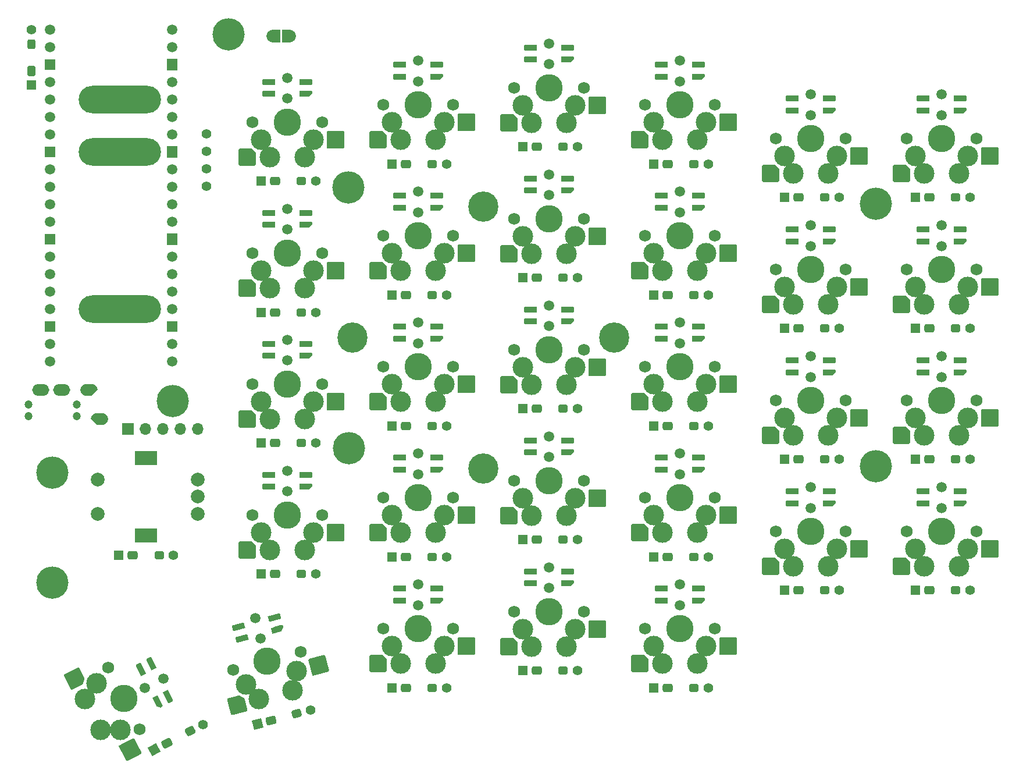
<source format=gbs>
G04 #@! TF.GenerationSoftware,KiCad,Pcbnew,(7.0.0-0)*
G04 #@! TF.CreationDate,2023-05-29T15:05:20-07:00*
G04 #@! TF.ProjectId,sofel_v3b,736f6665-6c5f-4763-9362-2e6b69636164,rev?*
G04 #@! TF.SameCoordinates,Original*
G04 #@! TF.FileFunction,Soldermask,Bot*
G04 #@! TF.FilePolarity,Negative*
%FSLAX46Y46*%
G04 Gerber Fmt 4.6, Leading zero omitted, Abs format (unit mm)*
G04 Created by KiCad (PCBNEW (7.0.0-0)) date 2023-05-29 15:05:20*
%MOMM*%
%LPD*%
G01*
G04 APERTURE LIST*
G04 Aperture macros list*
%AMRoundRect*
0 Rectangle with rounded corners*
0 $1 Rounding radius*
0 $2 $3 $4 $5 $6 $7 $8 $9 X,Y pos of 4 corners*
0 Add a 4 corners polygon primitive as box body*
4,1,4,$2,$3,$4,$5,$6,$7,$8,$9,$2,$3,0*
0 Add four circle primitives for the rounded corners*
1,1,$1+$1,$2,$3*
1,1,$1+$1,$4,$5*
1,1,$1+$1,$6,$7*
1,1,$1+$1,$8,$9*
0 Add four rect primitives between the rounded corners*
20,1,$1+$1,$2,$3,$4,$5,0*
20,1,$1+$1,$4,$5,$6,$7,0*
20,1,$1+$1,$6,$7,$8,$9,0*
20,1,$1+$1,$8,$9,$2,$3,0*%
%AMRotRect*
0 Rectangle, with rotation*
0 The origin of the aperture is its center*
0 $1 length*
0 $2 width*
0 $3 Rotation angle, in degrees counterclockwise*
0 Add horizontal line*
21,1,$1,$2,0,0,$3*%
%AMFreePoly0*
4,1,28,-0.850000,0.400000,0.000000,1.250000,0.114750,1.242219,0.293119,1.197860,0.457783,1.116195,0.601041,1.001041,0.716195,0.857783,0.797860,0.693119,0.842219,0.514750,0.850000,0.400000,0.850000,-0.400000,0.842219,-0.514750,0.797860,-0.693119,0.716195,-0.857783,0.601041,-1.001041,0.457783,-1.116195,0.293119,-1.197860,0.114750,-1.242219,0.000000,-1.250000,-0.114750,-1.242219,
-0.293119,-1.197860,-0.457783,-1.116195,-0.601041,-1.001041,-0.716195,-0.857783,-0.797860,-0.693119,-0.842219,-0.514750,-0.850000,-0.400000,-0.850000,0.400000,-0.850000,0.400000,$1*%
%AMFreePoly1*
4,1,28,-0.850000,0.400000,-0.842219,0.514750,-0.797860,0.693119,-0.716195,0.857783,-0.601041,1.001041,-0.457783,1.116195,-0.293119,1.197860,-0.114750,1.242219,0.000000,1.250000,0.114750,1.242219,0.293119,1.197860,0.457783,1.116195,0.601041,1.001041,0.716195,0.857783,0.797860,0.693119,0.842219,0.514750,0.850000,0.400000,0.850000,-0.400000,0.842219,-0.514750,0.797860,-0.693119,
0.716195,-0.857783,0.601041,-1.001041,0.457783,-1.116195,0.293119,-1.197860,0.114750,-1.242219,0.000000,-1.250000,-0.850000,-0.400000,-0.850000,0.400000,-0.850000,0.400000,$1*%
%AMFreePoly2*
4,1,18,-0.744993,0.000000,-0.324890,0.420103,0.534941,0.420103,0.615324,0.404114,0.683470,0.358580,0.729004,0.290434,0.744993,0.210051,0.744993,-0.210051,0.729004,-0.290434,0.683470,-0.358580,0.615324,-0.404114,0.534941,-0.420103,-0.534941,-0.420103,-0.615324,-0.404114,-0.683470,-0.358580,-0.729004,-0.290434,-0.744993,-0.210051,-0.744993,0.000000,-0.744993,0.000000,$1*%
%AMFreePoly3*
4,1,13,-0.909987,0.210051,-0.893998,0.290434,-0.848464,0.358580,-0.780318,0.404114,-0.699935,0.420103,0.909987,0.420103,0.909987,-0.420103,-0.699935,-0.420103,-0.780318,-0.404114,-0.848464,-0.358580,-0.893998,-0.290434,-0.909987,-0.210051,-0.909987,0.210051,-0.909987,0.210051,$1*%
%AMFreePoly4*
4,1,13,-0.909987,0.212526,-0.893809,0.293856,-0.847740,0.362805,-0.778791,0.408874,-0.697461,0.425052,0.909987,0.425052,0.909987,-0.425052,-0.697461,-0.425052,-0.778791,-0.408874,-0.847740,-0.362805,-0.893809,-0.293856,-0.909987,-0.212526,-0.909987,0.212526,-0.909987,0.212526,$1*%
%AMFreePoly5*
4,1,17,-1.275000,1.012000,-1.255742,1.108819,-1.200898,1.190898,-1.118819,1.245742,-1.022000,1.265000,1.275000,1.265000,1.275000,-1.012000,1.255742,-1.108819,1.200898,-1.190898,1.118819,-1.245742,1.022000,-1.265000,-1.022000,-1.265000,-1.118819,-1.245742,-1.200898,-1.190898,-1.255742,-1.108819,-1.275000,-1.012000,-1.275000,1.012000,-1.275000,1.012000,$1*%
%AMFreePoly6*
4,1,18,-1.250000,1.010000,-1.230970,1.105671,-1.176777,1.186777,-1.095671,1.240970,-1.000000,1.260000,1.000000,1.260000,1.095671,1.240970,1.176777,1.186777,1.230970,1.105671,1.250000,1.010000,1.250000,-1.010000,1.230970,-1.105671,1.176777,-1.186777,1.095671,-1.240970,1.000000,-1.260000,-0.625000,-1.260000,-1.250000,-0.635000,-1.250000,1.010000,-1.250000,1.010000,$1*%
%AMFreePoly7*
4,1,21,-1.000000,0.000000,-0.988920,0.140791,-0.940222,0.322531,-0.854804,0.490175,-0.736396,0.636396,-0.590175,0.754804,-0.422531,0.840222,-0.240791,0.888920,-0.100000,0.900000,1.000000,0.900000,1.000000,-0.900000,-0.100000,-0.900000,-0.240791,-0.888920,-0.422531,-0.840222,-0.590175,-0.754804,-0.736396,-0.636396,-0.854804,-0.490175,-0.940222,-0.322531,-0.988920,-0.140791,-1.000000,0.000000,
-1.000000,0.000000,-1.000000,0.000000,$1*%
%AMFreePoly8*
4,1,20,-1.000000,0.900000,0.100000,0.900000,0.240791,0.888920,0.422531,0.840222,0.590175,0.754804,0.736396,0.636396,0.854804,0.490175,0.940222,0.322531,0.988920,0.140791,1.000000,0.000000,0.988920,-0.140791,0.940222,-0.322531,0.854804,-0.490175,0.736396,-0.636396,0.590175,-0.754804,0.422531,-0.840222,0.240791,-0.888920,0.100000,-0.900000,-1.000000,-0.900000,-1.000000,0.900000,
-1.000000,0.900000,$1*%
G04 Aperture macros list end*
%ADD10C,1.200000*%
%ADD11FreePoly0,90.000000*%
%ADD12FreePoly1,90.000000*%
%ADD13O,2.500000X1.700000*%
%ADD14C,1.750000*%
%ADD15C,3.000000*%
%ADD16FreePoly2,180.000000*%
%ADD17FreePoly3,180.000000*%
%ADD18R,1.379987X0.840206*%
%ADD19C,3.987800*%
%ADD20C,1.500000*%
%ADD21FreePoly3,0.000000*%
%ADD22FreePoly4,0.000000*%
%ADD23FreePoly5,180.000000*%
%ADD24FreePoly6,180.000000*%
%ADD25FreePoly2,117.000000*%
%ADD26FreePoly3,117.000000*%
%ADD27RotRect,1.379987X0.840206X117.000000*%
%ADD28FreePoly3,297.000000*%
%ADD29FreePoly4,297.000000*%
%ADD30FreePoly5,117.000000*%
%ADD31FreePoly6,117.000000*%
%ADD32C,1.397000*%
%ADD33C,2.000000*%
%ADD34R,3.200000X2.000000*%
%ADD35FreePoly2,195.000000*%
%ADD36FreePoly3,195.000000*%
%ADD37RotRect,1.379987X0.840206X195.000000*%
%ADD38FreePoly3,15.000000*%
%ADD39FreePoly4,15.000000*%
%ADD40FreePoly5,195.000000*%
%ADD41FreePoly6,195.000000*%
%ADD42C,4.700000*%
%ADD43R,1.700000X1.700000*%
%ADD44O,1.700000X1.700000*%
%ADD45FreePoly7,180.000000*%
%ADD46FreePoly8,180.000000*%
%ADD47C,4.400000*%
%ADD48R,1.400000X1.400000*%
%ADD49RoundRect,0.300000X-0.450000X-0.300000X0.450000X-0.300000X0.450000X0.300000X-0.450000X0.300000X0*%
%ADD50RoundRect,0.300000X-0.400000X-0.300000X0.400000X-0.300000X0.400000X0.300000X-0.400000X0.300000X0*%
%ADD51C,1.400000*%
%ADD52RotRect,1.400000X1.400000X27.000000*%
%ADD53RoundRect,0.300000X-0.264756X-0.471598X0.537150X-0.063006X0.264756X0.471598X-0.537150X0.063006X0*%
%ADD54RoundRect,0.300000X-0.220205X-0.448898X0.492600X-0.085706X0.220205X0.448898X-0.492600X0.085706X0*%
%ADD55RotRect,1.400000X1.400000X15.000000*%
%ADD56RoundRect,0.300000X-0.357021X-0.406246X0.512312X-0.173309X0.357021X0.406246X-0.512312X0.173309X0*%
%ADD57RoundRect,0.300000X-0.308725X-0.393305X0.464016X-0.186250X0.308725X0.393305X-0.464016X0.186250X0*%
%ADD58RoundRect,0.300000X0.300000X-0.450000X0.300000X0.450000X-0.300000X0.450000X-0.300000X-0.450000X0*%
%ADD59RoundRect,0.300000X0.300000X-0.400000X0.300000X0.400000X-0.300000X0.400000X-0.300000X-0.400000X0*%
%ADD60O,12.000000X4.000000*%
%ADD61R,1.500000X1.500000*%
%ADD62R,1.500000X1.700000*%
G04 APERTURE END LIST*
D10*
X82890000Y-92820000D03*
X89890000Y-92820000D03*
X82890000Y-91070000D03*
X89890000Y-91070000D03*
D11*
X93189999Y-93169999D03*
D12*
X91689999Y-88969999D03*
D13*
X87689999Y-88969999D03*
X84689999Y-88969999D03*
D14*
X125630000Y-50000000D03*
X125630000Y-50000000D03*
D15*
X124360000Y-52540000D03*
D16*
X123404992Y-45909999D03*
D17*
X123239999Y-44159999D03*
D15*
X123090000Y-55080000D03*
D18*
X123020005Y-45909999D03*
D19*
X120550000Y-50000000D03*
X120550000Y-50000000D03*
D20*
X120550000Y-46569730D03*
X120550000Y-43570000D03*
D15*
X118010000Y-55080000D03*
D21*
X117860012Y-45904896D03*
D22*
X117859999Y-44155051D03*
D15*
X116740000Y-52540000D03*
D14*
X115470000Y-50000000D03*
X115470000Y-50000000D03*
D23*
X127634999Y-52554999D03*
D24*
X114707999Y-55069999D03*
D14*
X163730000Y-45000000D03*
X163730000Y-45000000D03*
D15*
X162460000Y-47540000D03*
D16*
X161504992Y-40909999D03*
D17*
X161339999Y-39159999D03*
D15*
X161190000Y-50080000D03*
D18*
X161120005Y-40909999D03*
D19*
X158650000Y-45000000D03*
X158650000Y-45000000D03*
D20*
X158650000Y-41569730D03*
X158650000Y-38570000D03*
D15*
X156110000Y-50080000D03*
D21*
X155960012Y-40904896D03*
D22*
X155959999Y-39155051D03*
D15*
X154840000Y-47540000D03*
D14*
X153570000Y-45000000D03*
X153570000Y-45000000D03*
D23*
X165734999Y-47554999D03*
D24*
X152807999Y-50069999D03*
D14*
X125630000Y-88100000D03*
X125630000Y-88100000D03*
D15*
X124360000Y-90640000D03*
D16*
X123404992Y-84009999D03*
D17*
X123239999Y-82259999D03*
D15*
X123090000Y-93180000D03*
D18*
X123020005Y-84009999D03*
D19*
X120550000Y-88100000D03*
X120550000Y-88100000D03*
D20*
X120550000Y-84669730D03*
X120550000Y-81670000D03*
D15*
X118010000Y-93180000D03*
D21*
X117860012Y-84004896D03*
D22*
X117859999Y-82255051D03*
D15*
X116740000Y-90640000D03*
D14*
X115470000Y-88100000D03*
X115470000Y-88100000D03*
D23*
X127634999Y-90654999D03*
D24*
X114707999Y-93169999D03*
D14*
X144680000Y-85600000D03*
X144680000Y-85600000D03*
D15*
X143410000Y-88140000D03*
D16*
X142454992Y-81509999D03*
D17*
X142289999Y-79759999D03*
D15*
X142140000Y-90680000D03*
D18*
X142070005Y-81509999D03*
D19*
X139600000Y-85600000D03*
X139600000Y-85600000D03*
D20*
X139600000Y-82169730D03*
X139600000Y-79170000D03*
D15*
X137060000Y-90680000D03*
D21*
X136910012Y-81504896D03*
D22*
X136909999Y-79755051D03*
D15*
X135790000Y-88140000D03*
D14*
X134520000Y-85600000D03*
X134520000Y-85600000D03*
D23*
X146684999Y-88154999D03*
D24*
X133757999Y-90669999D03*
D14*
X163730000Y-102150000D03*
X163730000Y-102150000D03*
D15*
X162460000Y-104690000D03*
D16*
X161504992Y-98059999D03*
D17*
X161339999Y-96309999D03*
D15*
X161190000Y-107230000D03*
D18*
X161120005Y-98059999D03*
D19*
X158650000Y-102150000D03*
X158650000Y-102150000D03*
D20*
X158650000Y-98719730D03*
X158650000Y-95720000D03*
D15*
X156110000Y-107230000D03*
D21*
X155960012Y-98054896D03*
D22*
X155959999Y-96305051D03*
D15*
X154840000Y-104690000D03*
D14*
X153570000Y-102150000D03*
X153570000Y-102150000D03*
D23*
X165734999Y-104704999D03*
D24*
X152807999Y-107219999D03*
D14*
X201830000Y-109550000D03*
X201830000Y-109550000D03*
D15*
X200560000Y-112090000D03*
D16*
X199604992Y-105459999D03*
D17*
X199439999Y-103709999D03*
D15*
X199290000Y-114630000D03*
D18*
X199220005Y-105459999D03*
D19*
X196750000Y-109550000D03*
X196750000Y-109550000D03*
D20*
X196750000Y-106119730D03*
X196750000Y-103120000D03*
D15*
X194210000Y-114630000D03*
D21*
X194060012Y-105454896D03*
D22*
X194059999Y-103705051D03*
D15*
X192940000Y-112090000D03*
D14*
X191670000Y-109550000D03*
X191670000Y-109550000D03*
D23*
X203834999Y-112104999D03*
D24*
X190907999Y-114619999D03*
D14*
X99102018Y-138367122D03*
X99102018Y-138367122D03*
D15*
X96262293Y-138388680D03*
D25*
X101736101Y-134527804D03*
D26*
X103220458Y-133586311D03*
D15*
X93422569Y-138410237D03*
D27*
X101561321Y-134184778D03*
D19*
X96795746Y-133840809D03*
X96795746Y-133840809D03*
D20*
X99852139Y-132283499D03*
X102524918Y-130921650D03*
D15*
X91116297Y-133883924D03*
D28*
X99223280Y-129584874D03*
D29*
X100782397Y-128790450D03*
D15*
X92802886Y-131599210D03*
D14*
X94489474Y-129314496D03*
X94489474Y-129314496D03*
D30*
X97735746Y-141313535D03*
D31*
X89626129Y-130937280D03*
D32*
X108817500Y-59350000D03*
X108817500Y-56810000D03*
X108817500Y-54270000D03*
X108817500Y-51730000D03*
D33*
X107500000Y-107000000D03*
X107500000Y-102000000D03*
X107500000Y-104500000D03*
D34*
X99999999Y-110099999D03*
X99999999Y-98899999D03*
D33*
X93000000Y-102000000D03*
X93000000Y-107000000D03*
D14*
X122506903Y-127085199D03*
X122506903Y-127085199D03*
D15*
X121937578Y-129867351D03*
D35*
X119299141Y-123710436D03*
D36*
X118686836Y-122062769D03*
D15*
X121368252Y-132649503D03*
D37*
X118927272Y-123810078D03*
D19*
X117600000Y-128400000D03*
X117600000Y-128400000D03*
D20*
X116712181Y-125086614D03*
X115935794Y-122189097D03*
D15*
X116461349Y-133964304D03*
D38*
X113941780Y-125140653D03*
D39*
X113488875Y-123450436D03*
D15*
X114577223Y-131839552D03*
D14*
X112693097Y-129714801D03*
X112693097Y-129714801D03*
D40*
X125104866Y-129034207D03*
D41*
X113269273Y-134809264D03*
D14*
X220880000Y-71450000D03*
X220880000Y-71450000D03*
D15*
X219610000Y-73990000D03*
D16*
X218654992Y-67359999D03*
D17*
X218489999Y-65609999D03*
D15*
X218340000Y-76530000D03*
D18*
X218270005Y-67359999D03*
D19*
X215800000Y-71450000D03*
X215800000Y-71450000D03*
D20*
X215800000Y-68019730D03*
X215800000Y-65020000D03*
D15*
X213260000Y-76530000D03*
D21*
X213110012Y-67354896D03*
D22*
X213109999Y-65605051D03*
D15*
X211990000Y-73990000D03*
D14*
X210720000Y-71450000D03*
X210720000Y-71450000D03*
D23*
X222884999Y-74004999D03*
D24*
X209957999Y-76519999D03*
D14*
X220880000Y-90500000D03*
X220880000Y-90500000D03*
D15*
X219610000Y-93040000D03*
D16*
X218654992Y-86409999D03*
D17*
X218489999Y-84659999D03*
D15*
X218340000Y-95580000D03*
D18*
X218270005Y-86409999D03*
D19*
X215800000Y-90500000D03*
X215800000Y-90500000D03*
D20*
X215800000Y-87069730D03*
X215800000Y-84070000D03*
D15*
X213260000Y-95580000D03*
D21*
X213110012Y-86404896D03*
D22*
X213109999Y-84655051D03*
D15*
X211990000Y-93040000D03*
D14*
X210720000Y-90500000D03*
X210720000Y-90500000D03*
D23*
X222884999Y-93054999D03*
D24*
X209957999Y-95569999D03*
D14*
X220880000Y-109550000D03*
X220880000Y-109550000D03*
D15*
X219610000Y-112090000D03*
D16*
X218654992Y-105459999D03*
D17*
X218489999Y-103709999D03*
D15*
X218340000Y-114630000D03*
D18*
X218270005Y-105459999D03*
D19*
X215800000Y-109550000D03*
X215800000Y-109550000D03*
D20*
X215800000Y-106119730D03*
X215800000Y-103120000D03*
D15*
X213260000Y-114630000D03*
D21*
X213110012Y-105454896D03*
D22*
X213109999Y-103705051D03*
D15*
X211990000Y-112090000D03*
D14*
X210720000Y-109550000D03*
X210720000Y-109550000D03*
D23*
X222884999Y-112104999D03*
D24*
X209957999Y-114619999D03*
D14*
X182780000Y-47500000D03*
X182780000Y-47500000D03*
D15*
X181510000Y-50040000D03*
D16*
X180554992Y-43409999D03*
D17*
X180389999Y-41659999D03*
D15*
X180240000Y-52580000D03*
D18*
X180170005Y-43409999D03*
D19*
X177700000Y-47500000D03*
X177700000Y-47500000D03*
D20*
X177700000Y-44069730D03*
X177700000Y-41070000D03*
D15*
X175160000Y-52580000D03*
D21*
X175010012Y-43404896D03*
D22*
X175009999Y-41655051D03*
D15*
X173890000Y-50040000D03*
D14*
X172620000Y-47500000D03*
X172620000Y-47500000D03*
D23*
X184784999Y-50054999D03*
D24*
X171857999Y-52569999D03*
D42*
X206290000Y-61910000D03*
D14*
X201830000Y-52400000D03*
X201830000Y-52400000D03*
D15*
X200560000Y-54940000D03*
D16*
X199604992Y-48309999D03*
D17*
X199439999Y-46559999D03*
D15*
X199290000Y-57480000D03*
D18*
X199220005Y-48309999D03*
D19*
X196750000Y-52400000D03*
X196750000Y-52400000D03*
D20*
X196750000Y-48969730D03*
X196750000Y-45970000D03*
D15*
X194210000Y-57480000D03*
D21*
X194060012Y-48304896D03*
D22*
X194059999Y-46555051D03*
D15*
X192940000Y-54940000D03*
D14*
X191670000Y-52400000D03*
X191670000Y-52400000D03*
D23*
X203834999Y-54954999D03*
D24*
X190907999Y-57469999D03*
D14*
X144680000Y-66550000D03*
X144680000Y-66550000D03*
D15*
X143410000Y-69090000D03*
D16*
X142454992Y-62459999D03*
D17*
X142289999Y-60709999D03*
D15*
X142140000Y-71630000D03*
D18*
X142070005Y-62459999D03*
D19*
X139600000Y-66550000D03*
X139600000Y-66550000D03*
D20*
X139600000Y-63119730D03*
X139600000Y-60120000D03*
D15*
X137060000Y-71630000D03*
D21*
X136910012Y-62454896D03*
D22*
X136909999Y-60705051D03*
D15*
X135790000Y-69090000D03*
D14*
X134520000Y-66550000D03*
X134520000Y-66550000D03*
D23*
X146684999Y-69104999D03*
D24*
X133757999Y-71619999D03*
D14*
X182780000Y-66550000D03*
X182780000Y-66550000D03*
D15*
X181510000Y-69090000D03*
D16*
X180554992Y-62459999D03*
D17*
X180389999Y-60709999D03*
D15*
X180240000Y-71630000D03*
D18*
X180170005Y-62459999D03*
D19*
X177700000Y-66550000D03*
X177700000Y-66550000D03*
D20*
X177700000Y-63119730D03*
X177700000Y-60120000D03*
D15*
X175160000Y-71630000D03*
D21*
X175010012Y-62454896D03*
D22*
X175009999Y-60705051D03*
D15*
X173890000Y-69090000D03*
D14*
X172620000Y-66550000D03*
X172620000Y-66550000D03*
D23*
X184784999Y-69104999D03*
D24*
X171857999Y-71619999D03*
D14*
X163730000Y-64050000D03*
X163730000Y-64050000D03*
D15*
X162460000Y-66590000D03*
D16*
X161504992Y-59959999D03*
D17*
X161339999Y-58209999D03*
D15*
X161190000Y-69130000D03*
D18*
X161120005Y-59959999D03*
D19*
X158650000Y-64050000D03*
X158650000Y-64050000D03*
D20*
X158650000Y-60619730D03*
X158650000Y-57620000D03*
D15*
X156110000Y-69130000D03*
D21*
X155960012Y-59954896D03*
D22*
X155959999Y-58205051D03*
D15*
X154840000Y-66590000D03*
D14*
X153570000Y-64050000D03*
X153570000Y-64050000D03*
D23*
X165734999Y-66604999D03*
D24*
X152807999Y-69119999D03*
D14*
X182780000Y-85600000D03*
X182780000Y-85600000D03*
D15*
X181510000Y-88140000D03*
D16*
X180554992Y-81509999D03*
D17*
X180389999Y-79759999D03*
D15*
X180240000Y-90680000D03*
D18*
X180170005Y-81509999D03*
D19*
X177700000Y-85600000D03*
X177700000Y-85600000D03*
D20*
X177700000Y-82169730D03*
X177700000Y-79170000D03*
D15*
X175160000Y-90680000D03*
D21*
X175010012Y-81504896D03*
D22*
X175009999Y-79755051D03*
D15*
X173890000Y-88140000D03*
D14*
X172620000Y-85600000D03*
X172620000Y-85600000D03*
D23*
X184784999Y-88154999D03*
D24*
X171857999Y-90669999D03*
D14*
X220880000Y-52400000D03*
X220880000Y-52400000D03*
D15*
X219610000Y-54940000D03*
D16*
X218654992Y-48309999D03*
D17*
X218489999Y-46559999D03*
D15*
X218340000Y-57480000D03*
D18*
X218270005Y-48309999D03*
D19*
X215800000Y-52400000D03*
X215800000Y-52400000D03*
D20*
X215800000Y-48969730D03*
X215800000Y-45970000D03*
D15*
X213260000Y-57480000D03*
D21*
X213110012Y-48304896D03*
D22*
X213109999Y-46555051D03*
D15*
X211990000Y-54940000D03*
D14*
X210720000Y-52400000D03*
X210720000Y-52400000D03*
D23*
X222884999Y-54954999D03*
D24*
X209957999Y-57469999D03*
D14*
X125630000Y-69050000D03*
X125630000Y-69050000D03*
D15*
X124360000Y-71590000D03*
D16*
X123404992Y-64959999D03*
D17*
X123239999Y-63209999D03*
D15*
X123090000Y-74130000D03*
D18*
X123020005Y-64959999D03*
D19*
X120550000Y-69050000D03*
X120550000Y-69050000D03*
D20*
X120550000Y-65619730D03*
X120550000Y-62620000D03*
D15*
X118010000Y-74130000D03*
D21*
X117860012Y-64954896D03*
D22*
X117859999Y-63205051D03*
D15*
X116740000Y-71590000D03*
D14*
X115470000Y-69050000D03*
X115470000Y-69050000D03*
D23*
X127634999Y-71604999D03*
D24*
X114707999Y-74119999D03*
D14*
X182780000Y-123700000D03*
X182780000Y-123700000D03*
D15*
X181510000Y-126240000D03*
D16*
X180554992Y-119609999D03*
D17*
X180389999Y-117859999D03*
D15*
X180240000Y-128780000D03*
D18*
X180170005Y-119609999D03*
D19*
X177700000Y-123700000D03*
X177700000Y-123700000D03*
D20*
X177700000Y-120269730D03*
X177700000Y-117270000D03*
D15*
X175160000Y-128780000D03*
D21*
X175010012Y-119604896D03*
D22*
X175009999Y-117855051D03*
D15*
X173890000Y-126240000D03*
D14*
X172620000Y-123700000D03*
X172620000Y-123700000D03*
D23*
X184784999Y-126254999D03*
D24*
X171857999Y-128769999D03*
D14*
X201830000Y-71450000D03*
X201830000Y-71450000D03*
D15*
X200560000Y-73990000D03*
D16*
X199604992Y-67359999D03*
D17*
X199439999Y-65609999D03*
D15*
X199290000Y-76530000D03*
D18*
X199220005Y-67359999D03*
D19*
X196750000Y-71450000D03*
X196750000Y-71450000D03*
D20*
X196750000Y-68019730D03*
X196750000Y-65020000D03*
D15*
X194210000Y-76530000D03*
D21*
X194060012Y-67354896D03*
D22*
X194059999Y-65605051D03*
D15*
X192940000Y-73990000D03*
D14*
X191670000Y-71450000D03*
X191670000Y-71450000D03*
D23*
X203834999Y-74004999D03*
D24*
X190907999Y-76519999D03*
D14*
X182780000Y-104650000D03*
X182780000Y-104650000D03*
D15*
X181510000Y-107190000D03*
D16*
X180554992Y-100559999D03*
D17*
X180389999Y-98809999D03*
D15*
X180240000Y-109730000D03*
D18*
X180170005Y-100559999D03*
D19*
X177700000Y-104650000D03*
X177700000Y-104650000D03*
D20*
X177700000Y-101219730D03*
X177700000Y-98220000D03*
D15*
X175160000Y-109730000D03*
D21*
X175010012Y-100554896D03*
D22*
X175009999Y-98805051D03*
D15*
X173890000Y-107190000D03*
D14*
X172620000Y-104650000D03*
X172620000Y-104650000D03*
D23*
X184784999Y-107204999D03*
D24*
X171857999Y-109719999D03*
D14*
X201830000Y-90500000D03*
X201830000Y-90500000D03*
D15*
X200560000Y-93040000D03*
D16*
X199604992Y-86409999D03*
D17*
X199439999Y-84659999D03*
D15*
X199290000Y-95580000D03*
D18*
X199220005Y-86409999D03*
D19*
X196750000Y-90500000D03*
X196750000Y-90500000D03*
D20*
X196750000Y-87069730D03*
X196750000Y-84070000D03*
D15*
X194210000Y-95580000D03*
D21*
X194060012Y-86404896D03*
D22*
X194059999Y-84655051D03*
D15*
X192940000Y-93040000D03*
D14*
X191670000Y-90500000D03*
X191670000Y-90500000D03*
D23*
X203834999Y-93054999D03*
D24*
X190907999Y-95569999D03*
D14*
X163730000Y-121200000D03*
X163730000Y-121200000D03*
D15*
X162460000Y-123740000D03*
D16*
X161504992Y-117109999D03*
D17*
X161339999Y-115359999D03*
D15*
X161190000Y-126280000D03*
D18*
X161120005Y-117109999D03*
D19*
X158650000Y-121200000D03*
X158650000Y-121200000D03*
D20*
X158650000Y-117769730D03*
X158650000Y-114770000D03*
D15*
X156110000Y-126280000D03*
D21*
X155960012Y-117104896D03*
D22*
X155959999Y-115355051D03*
D15*
X154840000Y-123740000D03*
D14*
X153570000Y-121200000D03*
X153570000Y-121200000D03*
D23*
X165734999Y-123754999D03*
D24*
X152807999Y-126269999D03*
D14*
X163730000Y-83100000D03*
X163730000Y-83100000D03*
D15*
X162460000Y-85640000D03*
D16*
X161504992Y-79009999D03*
D17*
X161339999Y-77259999D03*
D15*
X161190000Y-88180000D03*
D18*
X161120005Y-79009999D03*
D19*
X158650000Y-83100000D03*
X158650000Y-83100000D03*
D20*
X158650000Y-79669730D03*
X158650000Y-76670000D03*
D15*
X156110000Y-88180000D03*
D21*
X155960012Y-79004896D03*
D22*
X155959999Y-77255051D03*
D15*
X154840000Y-85640000D03*
D14*
X153570000Y-83100000D03*
X153570000Y-83100000D03*
D23*
X165734999Y-85654999D03*
D24*
X152807999Y-88169999D03*
D14*
X144680000Y-47500000D03*
X144680000Y-47500000D03*
D15*
X143410000Y-50040000D03*
D16*
X142454992Y-43409999D03*
D17*
X142289999Y-41659999D03*
D15*
X142140000Y-52580000D03*
D18*
X142070005Y-43409999D03*
D19*
X139600000Y-47500000D03*
X139600000Y-47500000D03*
D20*
X139600000Y-44069730D03*
X139600000Y-41070000D03*
D15*
X137060000Y-52580000D03*
D21*
X136910012Y-43404896D03*
D22*
X136909999Y-41655051D03*
D15*
X135790000Y-50040000D03*
D14*
X134520000Y-47500000D03*
X134520000Y-47500000D03*
D23*
X146684999Y-50054999D03*
D24*
X133757999Y-52569999D03*
D14*
X144680000Y-104650000D03*
X144680000Y-104650000D03*
D15*
X143410000Y-107190000D03*
D16*
X142454992Y-100559999D03*
D17*
X142289999Y-98809999D03*
D15*
X142140000Y-109730000D03*
D18*
X142070005Y-100559999D03*
D19*
X139600000Y-104650000D03*
X139600000Y-104650000D03*
D20*
X139600000Y-101219730D03*
X139600000Y-98220000D03*
D15*
X137060000Y-109730000D03*
D21*
X136910012Y-100554896D03*
D22*
X136909999Y-98805051D03*
D15*
X135790000Y-107190000D03*
D14*
X134520000Y-104650000D03*
X134520000Y-104650000D03*
D23*
X146684999Y-107204999D03*
D24*
X133757999Y-109719999D03*
D42*
X206275000Y-100025000D03*
D14*
X144680000Y-123700000D03*
X144680000Y-123700000D03*
D15*
X143410000Y-126240000D03*
D16*
X142454992Y-119609999D03*
D17*
X142289999Y-117859999D03*
D15*
X142140000Y-128780000D03*
D18*
X142070005Y-119609999D03*
D19*
X139600000Y-123700000D03*
X139600000Y-123700000D03*
D20*
X139600000Y-120269730D03*
X139600000Y-117270000D03*
D15*
X137060000Y-128780000D03*
D21*
X136910012Y-119604896D03*
D22*
X136909999Y-117855051D03*
D15*
X135790000Y-126240000D03*
D14*
X134520000Y-123700000D03*
X134520000Y-123700000D03*
D23*
X146684999Y-126254999D03*
D24*
X133757999Y-128769999D03*
D42*
X129440000Y-59510000D03*
X129530000Y-97460000D03*
D43*
X97359999Y-94669999D03*
D44*
X99899999Y-94669999D03*
X102439999Y-94669999D03*
X104979999Y-94669999D03*
X107519999Y-94669999D03*
D45*
X120839999Y-37459999D03*
D46*
X118499999Y-37459999D03*
D47*
X130075000Y-81370000D03*
X149125000Y-62320000D03*
X149125000Y-100420000D03*
X168175000Y-81370000D03*
D42*
X86400000Y-117000000D03*
X112010000Y-37250000D03*
X103930000Y-90590000D03*
D14*
X125630000Y-107150000D03*
X125630000Y-107150000D03*
D15*
X124360000Y-109690000D03*
D16*
X123404992Y-103059999D03*
D17*
X123239999Y-101309999D03*
D15*
X123090000Y-112230000D03*
D18*
X123020005Y-103059999D03*
D19*
X120550000Y-107150000D03*
X120550000Y-107150000D03*
D20*
X120550000Y-103719730D03*
X120550000Y-100720000D03*
D15*
X118010000Y-112230000D03*
D21*
X117860012Y-103054896D03*
D22*
X117859999Y-101305051D03*
D15*
X116740000Y-109690000D03*
D14*
X115470000Y-107150000D03*
X115470000Y-107150000D03*
D23*
X127634999Y-109704999D03*
D24*
X114707999Y-112219999D03*
D42*
X86400000Y-101000000D03*
D48*
X116729999Y-58574999D03*
D49*
X118780000Y-58575000D03*
D50*
X122630000Y-58575000D03*
D51*
X124730000Y-58575000D03*
D48*
X135779999Y-56074999D03*
D49*
X137830000Y-56075000D03*
D50*
X141680000Y-56075000D03*
D51*
X143780000Y-56075000D03*
D48*
X154829999Y-53609999D03*
D49*
X156880000Y-53610000D03*
D50*
X160730000Y-53610000D03*
D51*
X162830000Y-53610000D03*
D48*
X173879999Y-56074999D03*
D49*
X175930000Y-56075000D03*
D50*
X179780000Y-56075000D03*
D51*
X181880000Y-56075000D03*
D48*
X192929999Y-60974999D03*
D49*
X194980000Y-60975000D03*
D50*
X198830000Y-60975000D03*
D51*
X200930000Y-60975000D03*
D48*
X211979999Y-60974999D03*
D49*
X214030000Y-60975000D03*
D50*
X217880000Y-60975000D03*
D51*
X219980000Y-60975000D03*
D48*
X116729999Y-96674999D03*
D49*
X118780000Y-96675000D03*
D50*
X122630000Y-96675000D03*
D51*
X124730000Y-96675000D03*
D48*
X116729999Y-115724999D03*
D49*
X118780000Y-115725000D03*
D50*
X122630000Y-115725000D03*
D51*
X124730000Y-115725000D03*
D48*
X95999999Y-113039999D03*
D49*
X98050000Y-113040000D03*
D50*
X101900000Y-113040000D03*
D51*
X104000000Y-113040000D03*
D52*
X101193061Y-141278543D03*
D53*
X103019625Y-140347863D03*
D54*
X106450000Y-138600000D03*
D51*
X108321114Y-137646620D03*
D48*
X116729999Y-77674999D03*
D49*
X118780000Y-77675000D03*
D50*
X122630000Y-77675000D03*
D51*
X124730000Y-77675000D03*
D48*
X135779999Y-75124999D03*
D49*
X137830000Y-75125000D03*
D50*
X141680000Y-75125000D03*
D51*
X143780000Y-75125000D03*
D48*
X154829999Y-72624999D03*
D49*
X156880000Y-72625000D03*
D50*
X160730000Y-72625000D03*
D51*
X162830000Y-72625000D03*
D48*
X173879999Y-75124999D03*
D49*
X175930000Y-75125000D03*
D50*
X179780000Y-75125000D03*
D51*
X181880000Y-75125000D03*
D48*
X192929999Y-80024999D03*
D49*
X194980000Y-80025000D03*
D50*
X198830000Y-80025000D03*
D51*
X200930000Y-80025000D03*
D48*
X211979999Y-80024999D03*
D49*
X214030000Y-80025000D03*
D50*
X217880000Y-80025000D03*
D51*
X219980000Y-80025000D03*
D55*
X116221037Y-137567031D03*
D56*
X118201186Y-137036453D03*
D57*
X121920000Y-136040000D03*
D51*
X123948444Y-135496480D03*
D48*
X154829999Y-91674999D03*
D49*
X156880000Y-91675000D03*
D50*
X160730000Y-91675000D03*
D51*
X162830000Y-91675000D03*
D48*
X192929999Y-99074999D03*
D49*
X194980000Y-99075000D03*
D50*
X198830000Y-99075000D03*
D51*
X200930000Y-99075000D03*
D48*
X211979999Y-99074999D03*
D49*
X214030000Y-99075000D03*
D50*
X217880000Y-99075000D03*
D51*
X219980000Y-99075000D03*
D48*
X135779999Y-132274999D03*
D49*
X137830000Y-132275000D03*
D50*
X141680000Y-132275000D03*
D51*
X143780000Y-132275000D03*
D48*
X154829999Y-129774999D03*
D49*
X156880000Y-129775000D03*
D50*
X160730000Y-129775000D03*
D51*
X162830000Y-129775000D03*
D48*
X211979999Y-118124999D03*
D49*
X214030000Y-118125000D03*
D50*
X217880000Y-118125000D03*
D51*
X219980000Y-118125000D03*
D48*
X135779999Y-113224999D03*
D49*
X137830000Y-113225000D03*
D50*
X141680000Y-113225000D03*
D51*
X143780000Y-113225000D03*
D48*
X154829999Y-110724999D03*
D49*
X156880000Y-110725000D03*
D50*
X160730000Y-110725000D03*
D51*
X162830000Y-110725000D03*
D48*
X173879999Y-113224999D03*
D49*
X175930000Y-113225000D03*
D50*
X179780000Y-113225000D03*
D51*
X181880000Y-113225000D03*
D48*
X192929999Y-118124999D03*
D49*
X194980000Y-118125000D03*
D50*
X198830000Y-118125000D03*
D51*
X200930000Y-118125000D03*
D48*
X135779999Y-94174999D03*
D49*
X137830000Y-94175000D03*
D50*
X141680000Y-94175000D03*
D51*
X143780000Y-94175000D03*
D48*
X173879999Y-132274999D03*
D49*
X175930000Y-132275000D03*
D50*
X179780000Y-132275000D03*
D51*
X181880000Y-132275000D03*
D48*
X83301249Y-44597499D03*
D58*
X83301250Y-42547500D03*
D59*
X83301250Y-38697500D03*
D51*
X83301250Y-36597500D03*
D48*
X173879999Y-94174999D03*
D49*
X175930000Y-94175000D03*
D50*
X179780000Y-94175000D03*
D51*
X181880000Y-94175000D03*
D60*
X96202499Y-77164864D03*
X96202499Y-54304864D03*
X96202499Y-46684864D03*
D20*
X86052500Y-36524865D03*
X86052500Y-39064865D03*
D61*
X86052499Y-41604864D03*
D20*
X86052500Y-44144865D03*
X86052500Y-46684865D03*
X86052500Y-49224865D03*
X86052500Y-51764865D03*
D61*
X86052499Y-54304864D03*
D20*
X86052500Y-56844865D03*
X86052500Y-59384865D03*
X86052500Y-61924865D03*
X86052500Y-64464865D03*
D61*
X86052499Y-67004864D03*
D20*
X86052500Y-69544865D03*
X86052500Y-72084865D03*
X86052500Y-74624865D03*
X86052500Y-77164865D03*
D61*
X86052499Y-79704864D03*
D20*
X86052500Y-82244865D03*
X86052500Y-84784865D03*
X103832500Y-84784865D03*
X103832500Y-82244865D03*
D61*
X103832499Y-79704864D03*
D20*
X103832500Y-77164865D03*
X103832500Y-74624865D03*
X103832500Y-72084865D03*
X103832500Y-69544865D03*
D62*
X103832499Y-67004864D03*
D20*
X103832500Y-64464865D03*
X103832500Y-61924865D03*
X103832500Y-59384865D03*
X103832500Y-56844865D03*
D62*
X103832499Y-54304864D03*
D20*
X103832500Y-51764865D03*
X103832500Y-49224865D03*
X103832500Y-46684865D03*
X103832500Y-44144865D03*
D62*
X103832499Y-41604864D03*
D20*
X103832500Y-39064865D03*
X103832500Y-36524865D03*
M02*

</source>
